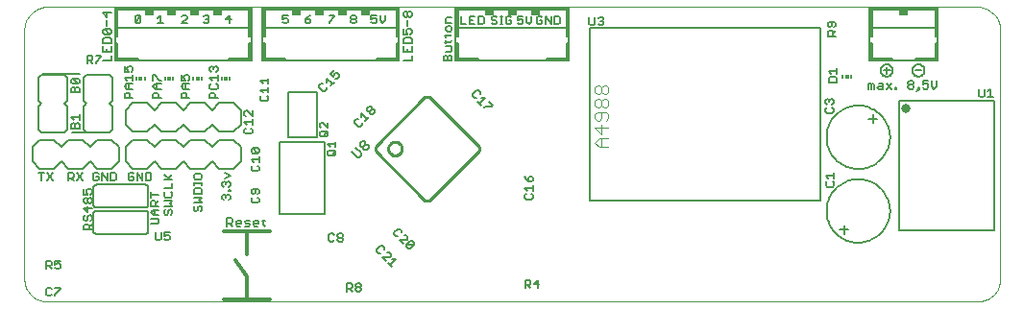
<source format=gto>
G75*
%MOIN*%
%OFA0B0*%
%FSLAX24Y24*%
%IPPOS*%
%LPD*%
%AMOC8*
5,1,8,0,0,1.08239X$1,22.5*
%
%ADD10C,0.0000*%
%ADD11C,0.0050*%
%ADD12C,0.0079*%
%ADD13C,0.0060*%
%ADD14C,0.0080*%
%ADD15C,0.0320*%
%ADD16C,0.0040*%
%ADD17R,0.2205X0.0079*%
%ADD18R,0.0197X0.0098*%
%ADD19R,0.0866X0.0079*%
%ADD20C,0.0100*%
%ADD21C,0.0118*%
%ADD22R,0.0059X0.0118*%
%ADD23R,0.0118X0.0118*%
D10*
X000887Y001238D02*
X033171Y001238D01*
X033171Y001239D02*
X033225Y001241D01*
X033278Y001246D01*
X033331Y001255D01*
X033383Y001268D01*
X033435Y001284D01*
X033485Y001304D01*
X033533Y001327D01*
X033580Y001354D01*
X033625Y001383D01*
X033668Y001416D01*
X033708Y001451D01*
X033746Y001489D01*
X033781Y001529D01*
X033814Y001572D01*
X033843Y001617D01*
X033870Y001664D01*
X033893Y001712D01*
X033913Y001762D01*
X033929Y001814D01*
X033942Y001866D01*
X033951Y001919D01*
X033956Y001972D01*
X033958Y002026D01*
X033958Y010687D01*
X033956Y010741D01*
X033951Y010794D01*
X033942Y010847D01*
X033929Y010899D01*
X033913Y010951D01*
X033893Y011001D01*
X033870Y011049D01*
X033843Y011096D01*
X033814Y011141D01*
X033781Y011184D01*
X033746Y011224D01*
X033708Y011262D01*
X033668Y011297D01*
X033625Y011330D01*
X033580Y011359D01*
X033533Y011386D01*
X033485Y011409D01*
X033435Y011429D01*
X033383Y011445D01*
X033331Y011458D01*
X033278Y011467D01*
X033225Y011472D01*
X033171Y011474D01*
X033171Y011475D02*
X000887Y011475D01*
X000887Y011474D02*
X000833Y011472D01*
X000780Y011467D01*
X000727Y011458D01*
X000675Y011445D01*
X000623Y011429D01*
X000573Y011409D01*
X000525Y011386D01*
X000478Y011359D01*
X000433Y011330D01*
X000390Y011297D01*
X000350Y011262D01*
X000312Y011224D01*
X000277Y011184D01*
X000244Y011141D01*
X000215Y011096D01*
X000188Y011049D01*
X000165Y011001D01*
X000145Y010951D01*
X000129Y010899D01*
X000116Y010847D01*
X000107Y010794D01*
X000102Y010741D01*
X000100Y010687D01*
X000100Y002026D01*
X000102Y001972D01*
X000107Y001919D01*
X000116Y001866D01*
X000129Y001814D01*
X000145Y001762D01*
X000165Y001712D01*
X000188Y001664D01*
X000215Y001617D01*
X000244Y001572D01*
X000277Y001529D01*
X000312Y001489D01*
X000350Y001451D01*
X000390Y001416D01*
X000433Y001383D01*
X000478Y001354D01*
X000525Y001327D01*
X000573Y001304D01*
X000623Y001284D01*
X000675Y001268D01*
X000727Y001255D01*
X000780Y001246D01*
X000833Y001241D01*
X000887Y001239D01*
D11*
X000906Y001435D02*
X000999Y001435D01*
X001046Y001481D01*
X001163Y001481D02*
X001163Y001435D01*
X001163Y001481D02*
X001350Y001668D01*
X001350Y001715D01*
X001163Y001715D01*
X001046Y001668D02*
X000999Y001715D01*
X000906Y001715D01*
X000859Y001668D01*
X000859Y001481D01*
X000906Y001435D01*
X000859Y002379D02*
X000859Y002660D01*
X000999Y002660D01*
X001046Y002613D01*
X001046Y002520D01*
X000999Y002473D01*
X000859Y002473D01*
X000953Y002473D02*
X001046Y002379D01*
X001163Y002426D02*
X001210Y002379D01*
X001303Y002379D01*
X001350Y002426D01*
X001350Y002520D01*
X001303Y002566D01*
X001257Y002566D01*
X001163Y002520D01*
X001163Y002660D01*
X001350Y002660D01*
X002157Y003744D02*
X002157Y003884D01*
X002204Y003930D01*
X002297Y003930D01*
X002344Y003884D01*
X002344Y003744D01*
X002344Y003837D02*
X002437Y003930D01*
X002390Y004048D02*
X002437Y004094D01*
X002437Y004188D01*
X002390Y004234D01*
X002344Y004234D01*
X002297Y004188D01*
X002297Y004094D01*
X002250Y004048D01*
X002204Y004048D01*
X002157Y004094D01*
X002157Y004188D01*
X002204Y004234D01*
X002297Y004351D02*
X002297Y004538D01*
X002250Y004655D02*
X002204Y004655D01*
X002157Y004702D01*
X002157Y004795D01*
X002204Y004842D01*
X002250Y004842D01*
X002297Y004795D01*
X002297Y004702D01*
X002250Y004655D01*
X002297Y004702D02*
X002344Y004655D01*
X002390Y004655D01*
X002437Y004702D01*
X002437Y004795D01*
X002390Y004842D01*
X002344Y004842D01*
X002297Y004795D01*
X002297Y004959D02*
X002250Y005053D01*
X002250Y005099D01*
X002297Y005146D01*
X002390Y005146D01*
X002437Y005099D01*
X002437Y005006D01*
X002390Y004959D01*
X002297Y004959D02*
X002157Y004959D01*
X002157Y005146D01*
X002112Y005437D02*
X001925Y005717D01*
X001808Y005670D02*
X001761Y005717D01*
X001621Y005717D01*
X001621Y005437D01*
X001621Y005530D02*
X001761Y005530D01*
X001808Y005577D01*
X001808Y005670D01*
X001714Y005530D02*
X001808Y005437D01*
X001925Y005437D02*
X002112Y005717D01*
X002487Y005670D02*
X002487Y005483D01*
X002534Y005437D01*
X002627Y005437D01*
X002674Y005483D01*
X002674Y005577D01*
X002581Y005577D01*
X002674Y005670D02*
X002627Y005717D01*
X002534Y005717D01*
X002487Y005670D01*
X002791Y005717D02*
X002978Y005437D01*
X002978Y005717D01*
X003095Y005717D02*
X003235Y005717D01*
X003282Y005670D01*
X003282Y005483D01*
X003235Y005437D01*
X003095Y005437D01*
X003095Y005717D01*
X002791Y005717D02*
X002791Y005437D01*
X003708Y005483D02*
X003708Y005670D01*
X003754Y005717D01*
X003848Y005717D01*
X003895Y005670D01*
X003895Y005577D02*
X003801Y005577D01*
X003895Y005577D02*
X003895Y005483D01*
X003848Y005437D01*
X003754Y005437D01*
X003708Y005483D01*
X004012Y005437D02*
X004012Y005717D01*
X004198Y005437D01*
X004198Y005717D01*
X004315Y005717D02*
X004456Y005717D01*
X004502Y005670D01*
X004502Y005483D01*
X004456Y005437D01*
X004315Y005437D01*
X004315Y005717D01*
X004952Y005658D02*
X005139Y005471D01*
X005092Y005518D02*
X005232Y005658D01*
X005232Y005471D02*
X004952Y005471D01*
X005232Y005354D02*
X005232Y005167D01*
X004952Y005167D01*
X004999Y005050D02*
X004952Y005003D01*
X004952Y004910D01*
X004999Y004863D01*
X005186Y004863D01*
X005232Y004910D01*
X005232Y005003D01*
X005186Y005050D01*
X005232Y004746D02*
X004952Y004746D01*
X004760Y004735D02*
X004667Y004642D01*
X004667Y004688D02*
X004667Y004548D01*
X004760Y004548D02*
X004480Y004548D01*
X004480Y004688D01*
X004527Y004735D01*
X004620Y004735D01*
X004667Y004688D01*
X004952Y004559D02*
X005232Y004559D01*
X005139Y004653D01*
X005232Y004746D01*
X004760Y004946D02*
X004480Y004946D01*
X004480Y005039D02*
X004480Y004852D01*
X004573Y004431D02*
X004760Y004431D01*
X004620Y004431D02*
X004620Y004244D01*
X004573Y004244D02*
X004480Y004338D01*
X004573Y004431D01*
X004573Y004244D02*
X004760Y004244D01*
X004713Y004127D02*
X004480Y004127D01*
X004713Y004127D02*
X004760Y004081D01*
X004760Y003987D01*
X004713Y003941D01*
X004480Y003941D01*
X004651Y003657D02*
X004651Y003423D01*
X004697Y003376D01*
X004791Y003376D01*
X004837Y003423D01*
X004837Y003657D01*
X004954Y003657D02*
X004954Y003516D01*
X005048Y003563D01*
X005095Y003563D01*
X005141Y003516D01*
X005141Y003423D01*
X005095Y003376D01*
X005001Y003376D01*
X004954Y003423D01*
X004954Y003657D02*
X005141Y003657D01*
X005186Y004255D02*
X005232Y004302D01*
X005232Y004396D01*
X005186Y004442D01*
X005139Y004442D01*
X005092Y004396D01*
X005092Y004302D01*
X005046Y004255D01*
X004999Y004255D01*
X004952Y004302D01*
X004952Y004396D01*
X004999Y004442D01*
X005976Y004420D02*
X006023Y004374D01*
X006069Y004374D01*
X006116Y004420D01*
X006116Y004514D01*
X006163Y004560D01*
X006209Y004560D01*
X006256Y004514D01*
X006256Y004420D01*
X006209Y004374D01*
X005976Y004420D02*
X005976Y004514D01*
X006023Y004560D01*
X005976Y004677D02*
X006256Y004677D01*
X006163Y004771D01*
X006256Y004864D01*
X005976Y004864D01*
X005976Y004981D02*
X005976Y005121D01*
X006023Y005168D01*
X006209Y005168D01*
X006256Y005121D01*
X006256Y004981D01*
X005976Y004981D01*
X005976Y005285D02*
X005976Y005379D01*
X005976Y005332D02*
X006256Y005332D01*
X006256Y005285D02*
X006256Y005379D01*
X006209Y005488D02*
X006023Y005488D01*
X005976Y005534D01*
X005976Y005628D01*
X006023Y005675D01*
X006209Y005675D01*
X006256Y005628D01*
X006256Y005534D01*
X006209Y005488D01*
X006960Y005363D02*
X006960Y005270D01*
X007007Y005223D01*
X007100Y005316D02*
X007100Y005363D01*
X007147Y005410D01*
X007194Y005410D01*
X007240Y005363D01*
X007240Y005270D01*
X007194Y005223D01*
X007194Y005118D02*
X007240Y005118D01*
X007240Y005071D01*
X007194Y005071D01*
X007194Y005118D01*
X007194Y004954D02*
X007147Y004954D01*
X007100Y004907D01*
X007100Y004861D01*
X007100Y004907D02*
X007054Y004954D01*
X007007Y004954D01*
X006960Y004907D01*
X006960Y004814D01*
X007007Y004767D01*
X007194Y004767D02*
X007240Y004814D01*
X007240Y004907D01*
X007194Y004954D01*
X007970Y005025D02*
X007970Y005119D01*
X008017Y005165D01*
X008203Y005165D01*
X008250Y005119D01*
X008250Y005025D01*
X008203Y004979D01*
X008110Y005025D02*
X008110Y005165D01*
X008110Y005025D02*
X008063Y004979D01*
X008017Y004979D01*
X007970Y005025D01*
X008017Y004862D02*
X007970Y004815D01*
X007970Y004721D01*
X008017Y004675D01*
X008203Y004675D01*
X008250Y004721D01*
X008250Y004815D01*
X008203Y004862D01*
X007100Y005363D02*
X007054Y005410D01*
X007007Y005410D01*
X006960Y005363D01*
X007054Y005527D02*
X007240Y005620D01*
X007054Y005714D01*
X007970Y005824D02*
X008017Y005777D01*
X008203Y005777D01*
X008250Y005824D01*
X008250Y005917D01*
X008203Y005964D01*
X008250Y006081D02*
X008250Y006268D01*
X008250Y006174D02*
X007970Y006174D01*
X008063Y006081D01*
X008017Y005964D02*
X007970Y005917D01*
X007970Y005824D01*
X008017Y006385D02*
X007970Y006432D01*
X007970Y006525D01*
X008017Y006572D01*
X008203Y006385D01*
X008250Y006432D01*
X008250Y006525D01*
X008203Y006572D01*
X008017Y006572D01*
X008017Y006385D02*
X008203Y006385D01*
X008958Y006790D02*
X010533Y006790D01*
X010533Y004270D01*
X008958Y004270D01*
X008958Y006790D01*
X009254Y006947D02*
X010238Y006947D01*
X010238Y008522D01*
X009254Y008522D01*
X009254Y006947D01*
X010346Y007019D02*
X010393Y006972D01*
X010579Y006972D01*
X010626Y007019D01*
X010626Y007112D01*
X010579Y007159D01*
X010393Y007159D01*
X010346Y007112D01*
X010346Y007019D01*
X010533Y007065D02*
X010626Y007159D01*
X010626Y007276D02*
X010439Y007463D01*
X010393Y007463D01*
X010346Y007416D01*
X010346Y007323D01*
X010393Y007276D01*
X010626Y007276D02*
X010626Y007463D01*
X011550Y007462D02*
X011682Y007330D01*
X011748Y007330D01*
X011814Y007396D01*
X011814Y007462D01*
X011930Y007512D02*
X012062Y007644D01*
X011996Y007578D02*
X011798Y007776D01*
X011798Y007644D01*
X011682Y007595D02*
X011616Y007595D01*
X011550Y007529D01*
X011550Y007462D01*
X011980Y007892D02*
X012013Y007859D01*
X012079Y007859D01*
X012145Y007925D01*
X012211Y007925D01*
X012244Y007892D01*
X012244Y007826D01*
X012178Y007760D01*
X012112Y007760D01*
X012079Y007793D01*
X012079Y007859D01*
X012145Y007925D02*
X012145Y007991D01*
X012112Y008024D01*
X012046Y008024D01*
X011980Y007958D01*
X011980Y007892D01*
X010594Y008617D02*
X010528Y008551D01*
X010461Y008551D01*
X010329Y008683D01*
X010329Y008749D01*
X010395Y008815D01*
X010461Y008815D01*
X010577Y008865D02*
X010577Y008997D01*
X010775Y008799D01*
X010709Y008733D02*
X010841Y008865D01*
X010891Y008981D02*
X010957Y008981D01*
X011023Y009047D01*
X011023Y009113D01*
X010957Y009179D01*
X010891Y009179D01*
X010858Y009146D01*
X010825Y009047D01*
X010726Y009146D01*
X010858Y009278D01*
X010594Y008683D02*
X010594Y008617D01*
X008568Y008597D02*
X008288Y008597D01*
X008382Y008504D01*
X008335Y008387D02*
X008288Y008340D01*
X008288Y008247D01*
X008335Y008200D01*
X008522Y008200D01*
X008568Y008247D01*
X008568Y008340D01*
X008522Y008387D01*
X008568Y008504D02*
X008568Y008691D01*
X008568Y008808D02*
X008568Y008995D01*
X008568Y008901D02*
X008288Y008901D01*
X008382Y008808D01*
X006807Y008755D02*
X006807Y008661D01*
X006761Y008614D01*
X006574Y008614D01*
X006527Y008661D01*
X006527Y008755D01*
X006574Y008801D01*
X006620Y008918D02*
X006527Y009012D01*
X006807Y009012D01*
X006807Y009105D02*
X006807Y008918D01*
X006761Y008801D02*
X006807Y008755D01*
X006667Y008497D02*
X006714Y008451D01*
X006714Y008311D01*
X006807Y008311D02*
X006527Y008311D01*
X006527Y008451D01*
X006574Y008497D01*
X006667Y008497D01*
X005823Y008614D02*
X005636Y008614D01*
X005543Y008708D01*
X005636Y008801D01*
X005823Y008801D01*
X005776Y008918D02*
X005823Y008965D01*
X005823Y009058D01*
X005776Y009105D01*
X005683Y009105D01*
X005636Y009058D01*
X005636Y009012D01*
X005683Y008918D01*
X005543Y008918D01*
X005543Y009105D01*
X004839Y008918D02*
X004792Y008918D01*
X004605Y009105D01*
X004559Y009105D01*
X004559Y008918D01*
X004652Y008801D02*
X004839Y008801D01*
X004699Y008801D02*
X004699Y008614D01*
X004652Y008614D02*
X004559Y008708D01*
X004652Y008801D01*
X004652Y008614D02*
X004839Y008614D01*
X004699Y008497D02*
X004745Y008451D01*
X004745Y008311D01*
X004839Y008311D02*
X004559Y008311D01*
X004559Y008451D01*
X004605Y008497D01*
X004699Y008497D01*
X003855Y008614D02*
X003668Y008614D01*
X003574Y008708D01*
X003668Y008801D01*
X003855Y008801D01*
X003855Y008918D02*
X003855Y009105D01*
X003855Y009012D02*
X003574Y009012D01*
X003668Y008918D01*
X003714Y008801D02*
X003714Y008614D01*
X003714Y008497D02*
X003761Y008451D01*
X003761Y008311D01*
X003855Y008311D02*
X003574Y008311D01*
X003574Y008451D01*
X003621Y008497D01*
X003714Y008497D01*
X002004Y008507D02*
X002004Y008648D01*
X001957Y008694D01*
X001911Y008694D01*
X001864Y008648D01*
X001864Y008507D01*
X001724Y008507D02*
X001724Y008648D01*
X001771Y008694D01*
X001817Y008694D01*
X001864Y008648D01*
X001771Y008811D02*
X001724Y008858D01*
X001724Y008951D01*
X001771Y008998D01*
X001957Y008811D01*
X002004Y008858D01*
X002004Y008951D01*
X001957Y008998D01*
X001771Y008998D01*
X001771Y008811D02*
X001957Y008811D01*
X002004Y008507D02*
X001724Y008507D01*
X003574Y009222D02*
X003714Y009222D01*
X003668Y009316D01*
X003668Y009362D01*
X003714Y009409D01*
X003808Y009409D01*
X003855Y009362D01*
X003855Y009269D01*
X003808Y009222D01*
X003574Y009222D02*
X003574Y009409D01*
X003289Y009644D02*
X003289Y010215D01*
X003328Y010215D02*
X003250Y010215D01*
X003250Y011455D01*
X007974Y011455D01*
X007974Y010451D01*
X007974Y009604D01*
X007187Y009604D01*
X004037Y009604D01*
X004037Y009644D01*
X004037Y009683D01*
X003328Y009683D01*
X003328Y010215D01*
X003250Y010215D02*
X003250Y009604D01*
X004037Y009604D01*
X004037Y009644D02*
X003289Y009644D01*
X003106Y009610D02*
X003106Y009797D01*
X003106Y009914D02*
X003106Y010100D01*
X003106Y010218D02*
X002826Y010218D01*
X002826Y010358D01*
X002873Y010404D01*
X003060Y010404D01*
X003106Y010358D01*
X003106Y010218D01*
X002826Y010100D02*
X002826Y009914D01*
X003106Y009914D01*
X002966Y009914D02*
X002966Y010007D01*
X002767Y009786D02*
X002580Y009786D01*
X002463Y009739D02*
X002463Y009646D01*
X002417Y009599D01*
X002277Y009599D01*
X002370Y009599D02*
X002463Y009505D01*
X002580Y009505D02*
X002580Y009552D01*
X002767Y009739D01*
X002767Y009786D01*
X002826Y009610D02*
X003106Y009610D01*
X002463Y009739D02*
X002417Y009786D01*
X002277Y009786D01*
X002277Y009505D01*
X003250Y010451D02*
X003328Y010451D01*
X003328Y011376D01*
X007895Y011376D01*
X007895Y010451D01*
X007935Y010451D01*
X007974Y010451D01*
X007935Y010451D02*
X007935Y011416D01*
X003289Y011416D01*
X003289Y010451D01*
X003106Y010568D02*
X003060Y010521D01*
X002873Y010708D01*
X003060Y010708D01*
X003106Y010662D01*
X003106Y010568D01*
X003060Y010521D02*
X002873Y010521D01*
X002826Y010568D01*
X002826Y010662D01*
X002873Y010708D01*
X002966Y010825D02*
X002966Y011012D01*
X002966Y011129D02*
X002966Y011316D01*
X002826Y011269D02*
X002966Y011129D01*
X003106Y011269D02*
X002826Y011269D01*
X003944Y011143D02*
X003944Y010956D01*
X004131Y011143D01*
X004131Y010956D01*
X004084Y010909D01*
X003991Y010909D01*
X003944Y010956D01*
X003944Y011143D02*
X003991Y011189D01*
X004084Y011189D01*
X004131Y011143D01*
X004313Y011219D02*
X004549Y011219D01*
X004549Y011356D01*
X004313Y011356D01*
X004313Y011219D01*
X004731Y011096D02*
X004825Y011189D01*
X004825Y010909D01*
X004918Y010909D02*
X004731Y010909D01*
X005100Y011219D02*
X005336Y011219D01*
X005336Y011356D01*
X005100Y011356D01*
X005100Y011219D01*
X005558Y011143D02*
X005605Y011189D01*
X005698Y011189D01*
X005745Y011143D01*
X005745Y011096D01*
X005558Y010909D01*
X005745Y010909D01*
X005887Y011219D02*
X006124Y011219D01*
X006124Y011356D01*
X005887Y011356D01*
X005887Y011219D01*
X006306Y011143D02*
X006353Y011189D01*
X006446Y011189D01*
X006493Y011143D01*
X006493Y011096D01*
X006446Y011049D01*
X006493Y011002D01*
X006493Y010956D01*
X006446Y010909D01*
X006353Y010909D01*
X006306Y010956D01*
X006400Y011049D02*
X006446Y011049D01*
X006694Y011219D02*
X006931Y011219D01*
X006931Y011356D01*
X006694Y011356D01*
X006694Y011219D01*
X007094Y011049D02*
X007280Y011049D01*
X007234Y010909D02*
X007234Y011189D01*
X007094Y011049D01*
X008368Y011455D02*
X013092Y011455D01*
X013092Y010451D01*
X013092Y009604D01*
X012305Y009604D01*
X009155Y009604D01*
X009155Y009644D01*
X009155Y009683D01*
X008446Y009683D01*
X008446Y010215D01*
X008368Y010215D01*
X008368Y011455D01*
X008407Y011416D02*
X008407Y010451D01*
X008446Y010451D02*
X008368Y010451D01*
X008446Y010451D02*
X008446Y011376D01*
X013013Y011376D01*
X013013Y010451D01*
X013053Y010451D01*
X013092Y010451D01*
X013053Y010451D02*
X013053Y011416D01*
X008407Y011416D01*
X009062Y011189D02*
X009062Y011049D01*
X009155Y011096D01*
X009202Y011096D01*
X009249Y011049D01*
X009249Y010956D01*
X009202Y010909D01*
X009109Y010909D01*
X009062Y010956D01*
X009062Y011189D02*
X009249Y011189D01*
X009431Y011219D02*
X009667Y011219D01*
X009667Y011356D01*
X009431Y011356D01*
X009431Y011219D01*
X009849Y011049D02*
X009990Y011049D01*
X010036Y011002D01*
X010036Y010956D01*
X009990Y010909D01*
X009896Y010909D01*
X009849Y010956D01*
X009849Y011049D01*
X009943Y011143D01*
X010036Y011189D01*
X010218Y011219D02*
X010218Y011356D01*
X010454Y011356D01*
X010454Y011219D01*
X010218Y011219D01*
X010676Y011189D02*
X010863Y011189D01*
X010863Y011143D01*
X010676Y010956D01*
X010676Y010909D01*
X011006Y011219D02*
X011242Y011219D01*
X011242Y011356D01*
X011006Y011356D01*
X011006Y011219D01*
X011424Y011143D02*
X011424Y011096D01*
X011471Y011049D01*
X011564Y011049D01*
X011611Y011002D01*
X011611Y010956D01*
X011564Y010909D01*
X011471Y010909D01*
X011424Y010956D01*
X011424Y011002D01*
X011471Y011049D01*
X011564Y011049D02*
X011611Y011096D01*
X011611Y011143D01*
X011564Y011189D01*
X011471Y011189D01*
X011424Y011143D01*
X011813Y011219D02*
X011813Y011356D01*
X012049Y011356D01*
X012049Y011219D01*
X011813Y011219D01*
X012133Y011189D02*
X012133Y011049D01*
X012226Y011096D01*
X012273Y011096D01*
X012320Y011049D01*
X012320Y010956D01*
X012273Y010909D01*
X012180Y010909D01*
X012133Y010956D01*
X012437Y011002D02*
X012530Y010909D01*
X012624Y011002D01*
X012624Y011189D01*
X012437Y011189D02*
X012437Y011002D01*
X012320Y011189D02*
X012133Y011189D01*
X013259Y011176D02*
X013259Y011269D01*
X013306Y011316D01*
X013353Y011316D01*
X013399Y011269D01*
X013399Y011176D01*
X013353Y011129D01*
X013306Y011129D01*
X013259Y011176D01*
X013399Y011176D02*
X013446Y011129D01*
X013493Y011129D01*
X013540Y011176D01*
X013540Y011269D01*
X013493Y011316D01*
X013446Y011316D01*
X013399Y011269D01*
X013399Y011012D02*
X013399Y010825D01*
X013399Y010708D02*
X013493Y010708D01*
X013540Y010662D01*
X013540Y010568D01*
X013493Y010521D01*
X013399Y010521D02*
X013353Y010615D01*
X013353Y010662D01*
X013399Y010708D01*
X013259Y010708D02*
X013259Y010521D01*
X013399Y010521D01*
X013306Y010404D02*
X013259Y010358D01*
X013259Y010218D01*
X013540Y010218D01*
X013540Y010358D01*
X013493Y010404D01*
X013306Y010404D01*
X013092Y010215D02*
X013013Y010215D01*
X013013Y009683D01*
X012305Y009683D01*
X012305Y009644D01*
X012305Y009604D01*
X012305Y009644D02*
X013053Y009644D01*
X013053Y010215D01*
X013259Y010100D02*
X013259Y009914D01*
X013540Y009914D01*
X013540Y010100D01*
X013399Y010007D02*
X013399Y009914D01*
X013540Y009797D02*
X013540Y009610D01*
X013259Y009610D01*
X014637Y009610D02*
X014637Y009750D01*
X014684Y009797D01*
X014731Y009797D01*
X014777Y009750D01*
X014777Y009610D01*
X014637Y009610D02*
X014918Y009610D01*
X014918Y009750D01*
X014871Y009797D01*
X014824Y009797D01*
X014777Y009750D01*
X014731Y009914D02*
X014871Y009914D01*
X014918Y009960D01*
X014918Y010100D01*
X014731Y010100D01*
X014731Y010218D02*
X014731Y010311D01*
X014684Y010264D02*
X014871Y010264D01*
X014918Y010311D01*
X014871Y010467D02*
X014918Y010514D01*
X014871Y010467D02*
X014684Y010467D01*
X014731Y010420D02*
X014731Y010514D01*
X014777Y010623D02*
X014871Y010623D01*
X014918Y010669D01*
X014918Y010763D01*
X014871Y010809D01*
X014777Y010809D01*
X014731Y010763D01*
X014731Y010669D01*
X014777Y010623D01*
X015061Y010451D02*
X015139Y010451D01*
X015139Y011376D01*
X018919Y011376D01*
X018919Y010451D01*
X018958Y010451D01*
X018998Y010451D01*
X018998Y009604D01*
X018210Y009604D01*
X015848Y009604D01*
X015848Y009644D01*
X015848Y009683D01*
X015139Y009683D01*
X015139Y010215D01*
X015061Y010215D01*
X015061Y011455D01*
X018998Y011455D01*
X018998Y010451D01*
X018958Y010451D02*
X018958Y011416D01*
X015100Y011416D01*
X015100Y010451D01*
X015100Y010215D02*
X015100Y009644D01*
X015848Y009644D01*
X015848Y009604D02*
X015061Y009604D01*
X015061Y010215D01*
X015243Y010870D02*
X015430Y010870D01*
X015547Y010870D02*
X015734Y010870D01*
X015851Y010870D02*
X015991Y010870D01*
X016038Y010916D01*
X016038Y011103D01*
X015991Y011150D01*
X015851Y011150D01*
X015851Y010870D01*
X015547Y010870D02*
X015547Y011150D01*
X015734Y011150D01*
X015640Y011010D02*
X015547Y011010D01*
X015243Y011150D02*
X015243Y010870D01*
X014918Y010927D02*
X014731Y010927D01*
X014731Y011067D01*
X014777Y011113D01*
X014918Y011113D01*
X016124Y011219D02*
X016360Y011219D01*
X016360Y011356D01*
X016124Y011356D01*
X016124Y011219D01*
X016306Y011103D02*
X016306Y011056D01*
X016353Y011010D01*
X016446Y011010D01*
X016493Y010963D01*
X016493Y010916D01*
X016446Y010870D01*
X016353Y010870D01*
X016306Y010916D01*
X016306Y011103D02*
X016353Y011150D01*
X016446Y011150D01*
X016493Y011103D01*
X016610Y011150D02*
X016703Y011150D01*
X016657Y011150D02*
X016657Y010870D01*
X016703Y010870D02*
X016610Y010870D01*
X016813Y010916D02*
X016859Y010870D01*
X016953Y010870D01*
X016999Y010916D01*
X016999Y011010D01*
X016906Y011010D01*
X016999Y011103D02*
X016953Y011150D01*
X016859Y011150D01*
X016813Y011103D01*
X016813Y010916D01*
X017212Y010916D02*
X017258Y010870D01*
X017352Y010870D01*
X017398Y010916D01*
X017398Y011010D01*
X017352Y011056D01*
X017305Y011056D01*
X017212Y011010D01*
X017212Y011150D01*
X017398Y011150D01*
X017515Y011150D02*
X017515Y010963D01*
X017609Y010870D01*
X017702Y010963D01*
X017702Y011150D01*
X017718Y011219D02*
X017718Y011356D01*
X017954Y011356D01*
X017954Y011219D01*
X017718Y011219D01*
X017881Y011103D02*
X017928Y011150D01*
X018021Y011150D01*
X018068Y011103D01*
X018068Y011010D02*
X017974Y011010D01*
X018068Y011010D02*
X018068Y010916D01*
X018021Y010870D01*
X017928Y010870D01*
X017881Y010916D01*
X017881Y011103D01*
X018185Y011150D02*
X018372Y010870D01*
X018372Y011150D01*
X018489Y011150D02*
X018629Y011150D01*
X018675Y011103D01*
X018675Y010916D01*
X018629Y010870D01*
X018489Y010870D01*
X018489Y011150D01*
X018185Y011150D02*
X018185Y010870D01*
X017147Y011219D02*
X017147Y011356D01*
X016911Y011356D01*
X016911Y011219D01*
X017147Y011219D01*
X019703Y011131D02*
X019703Y010897D01*
X019750Y010850D01*
X019843Y010850D01*
X019890Y010897D01*
X019890Y011131D01*
X020007Y011084D02*
X020054Y011131D01*
X020147Y011131D01*
X020194Y011084D01*
X020194Y011037D01*
X020147Y010990D01*
X020194Y010944D01*
X020194Y010897D01*
X020147Y010850D01*
X020054Y010850D01*
X020007Y010897D01*
X020100Y010990D02*
X020147Y010990D01*
X019722Y010734D02*
X019722Y004734D01*
X027722Y004734D01*
X027722Y010734D01*
X019722Y010734D01*
X018998Y010215D02*
X018919Y010215D01*
X018919Y009683D01*
X018210Y009683D01*
X018210Y009644D01*
X018210Y009604D01*
X018210Y009644D02*
X018958Y009644D01*
X018958Y010215D01*
X015905Y008502D02*
X015839Y008568D01*
X015773Y008568D01*
X015641Y008436D01*
X015641Y008370D01*
X015707Y008304D01*
X015773Y008304D01*
X015823Y008188D02*
X015955Y008056D01*
X015889Y008122D02*
X016087Y008320D01*
X015955Y008320D01*
X015905Y008436D02*
X015905Y008502D01*
X016236Y008171D02*
X016368Y008039D01*
X016335Y008006D01*
X016071Y008006D01*
X016038Y007973D01*
X010902Y006793D02*
X010902Y006607D01*
X010902Y006700D02*
X010622Y006700D01*
X010715Y006607D01*
X010668Y006490D02*
X010855Y006490D01*
X010902Y006443D01*
X010902Y006349D01*
X010855Y006303D01*
X010668Y006303D01*
X010622Y006349D01*
X010622Y006443D01*
X010668Y006490D01*
X010808Y006396D02*
X010902Y006490D01*
X008014Y007123D02*
X008014Y007216D01*
X007967Y007263D01*
X008014Y007380D02*
X008014Y007567D01*
X008014Y007474D02*
X007734Y007474D01*
X007827Y007380D01*
X007780Y007263D02*
X007734Y007216D01*
X007734Y007123D01*
X007780Y007076D01*
X007967Y007076D01*
X008014Y007123D01*
X008014Y007684D02*
X007827Y007871D01*
X007780Y007871D01*
X007734Y007824D01*
X007734Y007731D01*
X007780Y007684D01*
X008014Y007684D02*
X008014Y007871D01*
X005823Y008311D02*
X005543Y008311D01*
X005543Y008451D01*
X005589Y008497D01*
X005683Y008497D01*
X005730Y008451D01*
X005730Y008311D01*
X005683Y008614D02*
X005683Y008801D01*
X006527Y009269D02*
X006527Y009362D01*
X006574Y009409D01*
X006620Y009409D01*
X006667Y009362D01*
X006714Y009409D01*
X006761Y009409D01*
X006807Y009362D01*
X006807Y009269D01*
X006761Y009222D01*
X006667Y009316D02*
X006667Y009362D01*
X006574Y009222D02*
X006527Y009269D01*
X007187Y009604D02*
X007187Y009644D01*
X007187Y009683D01*
X007895Y009683D01*
X007895Y010215D01*
X007974Y010215D01*
X007935Y010215D02*
X007935Y009644D01*
X007187Y009644D01*
X008368Y009604D02*
X009155Y009604D01*
X009155Y009644D02*
X008407Y009644D01*
X008407Y010215D01*
X008368Y010215D02*
X008368Y009604D01*
X002004Y007738D02*
X002004Y007551D01*
X002004Y007645D02*
X001724Y007645D01*
X001817Y007551D01*
X001817Y007434D02*
X001864Y007388D01*
X001864Y007248D01*
X001724Y007248D02*
X001724Y007388D01*
X001771Y007434D01*
X001817Y007434D01*
X001864Y007388D02*
X001911Y007434D01*
X001957Y007434D01*
X002004Y007388D01*
X002004Y007248D01*
X001724Y007248D01*
X001088Y005717D02*
X000901Y005437D01*
X001088Y005437D02*
X000901Y005717D01*
X000784Y005717D02*
X000597Y005717D01*
X000691Y005717D02*
X000691Y005437D01*
X002157Y004491D02*
X002297Y004351D01*
X002437Y004491D02*
X002157Y004491D01*
X002157Y003744D02*
X002437Y003744D01*
X007133Y003862D02*
X007133Y004142D01*
X007273Y004142D01*
X007320Y004095D01*
X007320Y004002D01*
X007273Y003955D01*
X007133Y003955D01*
X007226Y003955D02*
X007320Y003862D01*
X007437Y003908D02*
X007483Y003862D01*
X007577Y003862D01*
X007624Y003955D02*
X007437Y003955D01*
X007437Y003908D02*
X007437Y004002D01*
X007483Y004049D01*
X007577Y004049D01*
X007624Y004002D01*
X007624Y003955D01*
X007741Y004002D02*
X007787Y003955D01*
X007881Y003955D01*
X007927Y003908D01*
X007881Y003862D01*
X007741Y003862D01*
X008044Y003908D02*
X008044Y004002D01*
X008091Y004049D01*
X008185Y004049D01*
X008231Y004002D01*
X008231Y003955D01*
X008044Y003955D01*
X008044Y003908D02*
X008091Y003862D01*
X008185Y003862D01*
X008395Y003908D02*
X008442Y003862D01*
X008395Y003908D02*
X008395Y004095D01*
X008348Y004049D02*
X008442Y004049D01*
X007927Y004049D02*
X007787Y004049D01*
X007741Y004002D01*
X010662Y003558D02*
X010662Y003371D01*
X010709Y003324D01*
X010803Y003324D01*
X010849Y003371D01*
X010966Y003371D02*
X010966Y003418D01*
X011013Y003464D01*
X011106Y003464D01*
X011153Y003418D01*
X011153Y003371D01*
X011106Y003324D01*
X011013Y003324D01*
X010966Y003371D01*
X011013Y003464D02*
X010966Y003511D01*
X010966Y003558D01*
X011013Y003605D01*
X011106Y003605D01*
X011153Y003558D01*
X011153Y003511D01*
X011106Y003464D01*
X010849Y003558D02*
X010803Y003605D01*
X010709Y003605D01*
X010662Y003558D01*
X012334Y003042D02*
X012334Y002976D01*
X012400Y002910D01*
X012466Y002910D01*
X012516Y002794D02*
X012780Y002794D01*
X012813Y002827D01*
X012813Y002893D01*
X012747Y002959D01*
X012681Y002959D01*
X012598Y003042D02*
X012598Y003108D01*
X012532Y003174D01*
X012466Y003174D01*
X012334Y003042D01*
X012516Y002794D02*
X012648Y002662D01*
X012730Y002579D02*
X012863Y002447D01*
X012796Y002513D02*
X012995Y002712D01*
X012863Y002712D01*
X013354Y003137D02*
X013354Y003203D01*
X013618Y003203D01*
X013486Y003071D01*
X013420Y003071D01*
X013354Y003137D01*
X013354Y003203D02*
X013486Y003335D01*
X013552Y003335D01*
X013618Y003269D01*
X013618Y003203D01*
X013403Y003418D02*
X013370Y003385D01*
X013106Y003385D01*
X013238Y003253D01*
X013403Y003418D02*
X013403Y003484D01*
X013337Y003550D01*
X013271Y003550D01*
X013188Y003633D02*
X013188Y003699D01*
X013122Y003765D01*
X013056Y003765D01*
X012924Y003633D01*
X012924Y003567D01*
X012990Y003501D01*
X013056Y003501D01*
X011736Y001872D02*
X011783Y001826D01*
X011783Y001779D01*
X011736Y001732D01*
X011643Y001732D01*
X011596Y001779D01*
X011596Y001826D01*
X011643Y001872D01*
X011736Y001872D01*
X011736Y001732D02*
X011783Y001685D01*
X011783Y001639D01*
X011736Y001592D01*
X011643Y001592D01*
X011596Y001639D01*
X011596Y001685D01*
X011643Y001732D01*
X011479Y001732D02*
X011432Y001685D01*
X011292Y001685D01*
X011292Y001592D02*
X011292Y001872D01*
X011432Y001872D01*
X011479Y001826D01*
X011479Y001732D01*
X011386Y001685D02*
X011479Y001592D01*
X017473Y001710D02*
X017473Y001990D01*
X017614Y001990D01*
X017660Y001944D01*
X017660Y001850D01*
X017614Y001804D01*
X017473Y001804D01*
X017567Y001804D02*
X017660Y001710D01*
X017777Y001850D02*
X017964Y001850D01*
X017917Y001710D02*
X017917Y001990D01*
X017777Y001850D01*
X017692Y004793D02*
X017738Y004840D01*
X017738Y004933D01*
X017692Y004980D01*
X017738Y005097D02*
X017738Y005284D01*
X017738Y005190D02*
X017458Y005190D01*
X017552Y005097D01*
X017505Y004980D02*
X017458Y004933D01*
X017458Y004840D01*
X017505Y004793D01*
X017692Y004793D01*
X017692Y005401D02*
X017738Y005447D01*
X017738Y005541D01*
X017692Y005587D01*
X017645Y005587D01*
X017598Y005541D01*
X017598Y005401D01*
X017692Y005401D01*
X017598Y005401D02*
X017505Y005494D01*
X017458Y005587D01*
X027905Y005624D02*
X028185Y005624D01*
X028185Y005531D02*
X028185Y005717D01*
X027998Y005531D02*
X027905Y005624D01*
X027952Y005414D02*
X027905Y005367D01*
X027905Y005273D01*
X027952Y005227D01*
X028139Y005227D01*
X028185Y005273D01*
X028185Y005367D01*
X028139Y005414D01*
X028129Y007786D02*
X028176Y007832D01*
X028176Y007926D01*
X028129Y007973D01*
X028129Y008090D02*
X028176Y008136D01*
X028176Y008230D01*
X028129Y008276D01*
X028082Y008276D01*
X028036Y008230D01*
X028036Y008183D01*
X028036Y008230D02*
X027989Y008276D01*
X027942Y008276D01*
X027896Y008230D01*
X027896Y008136D01*
X027942Y008090D01*
X027942Y007973D02*
X027896Y007926D01*
X027896Y007832D01*
X027942Y007786D01*
X028129Y007786D01*
X029396Y008626D02*
X029396Y008812D01*
X029443Y008812D01*
X029489Y008766D01*
X029536Y008812D01*
X029583Y008766D01*
X029583Y008626D01*
X029489Y008626D02*
X029489Y008766D01*
X029700Y008672D02*
X029747Y008719D01*
X029887Y008719D01*
X029887Y008766D02*
X029887Y008626D01*
X029747Y008626D01*
X029700Y008672D01*
X029747Y008812D02*
X029840Y008812D01*
X029887Y008766D01*
X030004Y008812D02*
X030191Y008626D01*
X030308Y008626D02*
X030354Y008626D01*
X030354Y008672D01*
X030308Y008672D01*
X030308Y008626D01*
X030191Y008812D02*
X030004Y008626D01*
X030763Y008672D02*
X030763Y008719D01*
X030810Y008766D01*
X030904Y008766D01*
X030950Y008719D01*
X030950Y008672D01*
X030904Y008626D01*
X030810Y008626D01*
X030763Y008672D01*
X030810Y008766D02*
X030763Y008812D01*
X030763Y008859D01*
X030810Y008906D01*
X030904Y008906D01*
X030950Y008859D01*
X030950Y008812D01*
X030904Y008766D01*
X031114Y008672D02*
X031114Y008626D01*
X031161Y008626D01*
X031161Y008672D01*
X031114Y008672D01*
X031161Y008626D02*
X031067Y008532D01*
X031270Y008672D02*
X031317Y008626D01*
X031410Y008626D01*
X031457Y008672D01*
X031457Y008766D01*
X031410Y008812D01*
X031363Y008812D01*
X031270Y008766D01*
X031270Y008906D01*
X031457Y008906D01*
X031574Y008906D02*
X031574Y008719D01*
X031667Y008626D01*
X031761Y008719D01*
X031761Y008906D01*
X033229Y008626D02*
X033229Y008393D01*
X033276Y008346D01*
X033369Y008346D01*
X033416Y008393D01*
X033416Y008626D01*
X033533Y008533D02*
X033627Y008626D01*
X033627Y008346D01*
X033720Y008346D02*
X033533Y008346D01*
X031793Y009604D02*
X031006Y009604D01*
X030218Y009604D01*
X030218Y009644D01*
X030218Y009683D01*
X029509Y009683D01*
X029509Y010215D01*
X029431Y010215D01*
X029431Y011455D01*
X031793Y011455D01*
X031793Y010451D01*
X031793Y009604D01*
X031754Y009644D02*
X031754Y010215D01*
X031793Y010215D02*
X031714Y010215D01*
X031714Y009683D01*
X031006Y009683D01*
X031006Y009644D01*
X031006Y009604D01*
X031006Y009644D02*
X031754Y009644D01*
X030218Y009644D02*
X029470Y009644D01*
X029470Y010215D01*
X029431Y010215D02*
X029431Y009604D01*
X030218Y009604D01*
X028290Y009339D02*
X028290Y009152D01*
X028290Y009245D02*
X028009Y009245D01*
X028103Y009152D01*
X028056Y009035D02*
X028009Y008988D01*
X028009Y008848D01*
X028290Y008848D01*
X028290Y008988D01*
X028243Y009035D01*
X028056Y009035D01*
X027970Y010462D02*
X027970Y010602D01*
X028017Y010649D01*
X028110Y010649D01*
X028157Y010602D01*
X028157Y010462D01*
X028250Y010462D02*
X027970Y010462D01*
X028157Y010556D02*
X028250Y010649D01*
X028203Y010766D02*
X028250Y010813D01*
X028250Y010906D01*
X028203Y010953D01*
X028017Y010953D01*
X027970Y010906D01*
X027970Y010813D01*
X028017Y010766D01*
X028063Y010766D01*
X028110Y010813D01*
X028110Y010953D01*
X029431Y010451D02*
X029509Y010451D01*
X029509Y011376D01*
X031714Y011376D01*
X031714Y010451D01*
X031793Y010451D01*
X031754Y010451D02*
X031754Y011416D01*
X029470Y011416D01*
X029470Y010451D01*
X030494Y011219D02*
X030730Y011219D01*
X030730Y011356D01*
X030494Y011356D01*
X030494Y011219D01*
D12*
X029809Y009270D02*
X029811Y009299D01*
X029817Y009327D01*
X029827Y009354D01*
X029840Y009380D01*
X029857Y009404D01*
X029876Y009425D01*
X029899Y009443D01*
X029923Y009458D01*
X029950Y009470D01*
X029978Y009478D01*
X030007Y009482D01*
X030035Y009482D01*
X030064Y009478D01*
X030092Y009470D01*
X030119Y009458D01*
X030143Y009443D01*
X030166Y009425D01*
X030185Y009404D01*
X030202Y009380D01*
X030215Y009354D01*
X030225Y009327D01*
X030231Y009299D01*
X030233Y009270D01*
X030231Y009241D01*
X030225Y009213D01*
X030215Y009186D01*
X030202Y009160D01*
X030185Y009136D01*
X030166Y009115D01*
X030143Y009097D01*
X030119Y009082D01*
X030092Y009070D01*
X030064Y009062D01*
X030035Y009058D01*
X030007Y009058D01*
X029978Y009062D01*
X029950Y009070D01*
X029923Y009082D01*
X029899Y009097D01*
X029876Y009115D01*
X029857Y009136D01*
X029840Y009160D01*
X029827Y009186D01*
X029817Y009213D01*
X029811Y009241D01*
X029809Y009270D01*
X030912Y009270D02*
X030914Y009299D01*
X030920Y009327D01*
X030930Y009354D01*
X030943Y009380D01*
X030960Y009404D01*
X030979Y009425D01*
X031002Y009443D01*
X031026Y009458D01*
X031053Y009470D01*
X031081Y009478D01*
X031110Y009482D01*
X031138Y009482D01*
X031167Y009478D01*
X031195Y009470D01*
X031222Y009458D01*
X031246Y009443D01*
X031269Y009425D01*
X031288Y009404D01*
X031305Y009380D01*
X031318Y009354D01*
X031328Y009327D01*
X031334Y009299D01*
X031336Y009270D01*
X031334Y009241D01*
X031328Y009213D01*
X031318Y009186D01*
X031305Y009160D01*
X031288Y009136D01*
X031269Y009115D01*
X031246Y009097D01*
X031222Y009082D01*
X031195Y009070D01*
X031167Y009062D01*
X031138Y009058D01*
X031110Y009058D01*
X031081Y009062D01*
X031053Y009070D01*
X031026Y009082D01*
X031002Y009097D01*
X030979Y009115D01*
X030960Y009136D01*
X030943Y009160D01*
X030930Y009186D01*
X030920Y009213D01*
X030914Y009241D01*
X030912Y009270D01*
X003013Y007104D02*
X001754Y007104D01*
X002029Y009152D02*
X000730Y009152D01*
D13*
X000684Y009128D02*
X001484Y009128D01*
X001584Y009028D01*
X001584Y008228D01*
X001484Y008128D01*
X001584Y008028D01*
X001584Y007228D01*
X001484Y007128D01*
X000684Y007128D01*
X000584Y007228D01*
X000584Y008028D01*
X000684Y008128D01*
X000584Y008228D01*
X000584Y009028D01*
X000684Y009128D01*
X002159Y009028D02*
X002259Y009128D01*
X003059Y009128D01*
X003159Y009028D01*
X003159Y008228D01*
X003059Y008128D01*
X003159Y008028D01*
X003159Y007228D01*
X003059Y007128D01*
X002259Y007128D01*
X002159Y007228D01*
X002159Y008028D01*
X002259Y008128D01*
X002159Y008228D01*
X002159Y009028D01*
X003612Y007886D02*
X003862Y008136D01*
X004362Y008136D01*
X004612Y007886D01*
X004862Y008136D01*
X005362Y008136D01*
X005612Y007886D01*
X005862Y008136D01*
X006362Y008136D01*
X006612Y007886D01*
X006862Y008136D01*
X007362Y008136D01*
X007612Y007886D01*
X007612Y007386D01*
X007362Y007136D01*
X006862Y007136D01*
X006612Y007386D01*
X006362Y007136D01*
X005862Y007136D01*
X005612Y007386D01*
X005362Y007136D01*
X004862Y007136D01*
X004612Y007386D01*
X004362Y007136D01*
X003862Y007136D01*
X003612Y007386D01*
X003612Y007886D01*
X003862Y006856D02*
X004362Y006856D01*
X004612Y006606D01*
X004862Y006856D01*
X005362Y006856D01*
X005612Y006606D01*
X005862Y006856D01*
X006362Y006856D01*
X006612Y006606D01*
X006862Y006856D01*
X007362Y006856D01*
X007612Y006606D01*
X007612Y006106D01*
X007362Y005856D01*
X006862Y005856D01*
X006612Y006106D01*
X006362Y005856D01*
X005862Y005856D01*
X005612Y006106D01*
X005362Y005856D01*
X004862Y005856D01*
X004612Y006106D01*
X004362Y005856D01*
X003862Y005856D01*
X003612Y006106D01*
X003612Y006606D01*
X003862Y006856D01*
X003372Y006606D02*
X003122Y006856D01*
X002622Y006856D01*
X002372Y006606D01*
X002122Y006856D01*
X001622Y006856D01*
X001372Y006606D01*
X001122Y006856D01*
X000622Y006856D01*
X000372Y006606D01*
X000372Y006106D01*
X000622Y005856D01*
X001122Y005856D01*
X001372Y006106D01*
X001622Y005856D01*
X002122Y005856D01*
X002372Y006106D01*
X002622Y005856D01*
X003122Y005856D01*
X003372Y006106D01*
X003372Y006606D01*
X002596Y005300D02*
X004296Y005300D01*
X004313Y005298D01*
X004330Y005294D01*
X004346Y005287D01*
X004360Y005277D01*
X004373Y005264D01*
X004383Y005250D01*
X004390Y005234D01*
X004394Y005217D01*
X004396Y005200D01*
X004396Y004600D01*
X004394Y004583D01*
X004390Y004566D01*
X004383Y004550D01*
X004373Y004536D01*
X004360Y004523D01*
X004346Y004513D01*
X004330Y004506D01*
X004313Y004502D01*
X004296Y004500D01*
X002596Y004500D01*
X002579Y004502D01*
X002562Y004506D01*
X002546Y004513D01*
X002532Y004523D01*
X002519Y004536D01*
X002509Y004550D01*
X002502Y004566D01*
X002498Y004583D01*
X002496Y004600D01*
X002496Y005200D01*
X002498Y005217D01*
X002502Y005234D01*
X002509Y005250D01*
X002519Y005264D01*
X002532Y005277D01*
X002546Y005287D01*
X002562Y005294D01*
X002579Y005298D01*
X002596Y005300D01*
X002596Y004394D02*
X004296Y004394D01*
X004313Y004392D01*
X004330Y004388D01*
X004346Y004381D01*
X004360Y004371D01*
X004373Y004358D01*
X004383Y004344D01*
X004390Y004328D01*
X004394Y004311D01*
X004396Y004294D01*
X004396Y003694D01*
X004394Y003677D01*
X004390Y003660D01*
X004383Y003644D01*
X004373Y003630D01*
X004360Y003617D01*
X004346Y003607D01*
X004330Y003600D01*
X004313Y003596D01*
X004296Y003594D01*
X002596Y003594D01*
X002579Y003596D01*
X002562Y003600D01*
X002546Y003607D01*
X002532Y003617D01*
X002519Y003630D01*
X002509Y003644D01*
X002502Y003660D01*
X002498Y003677D01*
X002496Y003694D01*
X002496Y004294D01*
X002498Y004311D01*
X002502Y004328D01*
X002509Y004344D01*
X002519Y004358D01*
X002532Y004371D01*
X002546Y004381D01*
X002562Y004388D01*
X002579Y004392D01*
X002596Y004394D01*
X011441Y006439D02*
X011638Y006242D01*
X011716Y006242D01*
X011795Y006321D01*
X011795Y006400D01*
X011598Y006596D01*
X011737Y006656D02*
X011776Y006617D01*
X011855Y006617D01*
X011933Y006695D01*
X012012Y006695D01*
X012052Y006656D01*
X012052Y006577D01*
X011973Y006499D01*
X011894Y006499D01*
X011855Y006538D01*
X011855Y006617D01*
X011933Y006695D02*
X011933Y006774D01*
X011894Y006813D01*
X011815Y006813D01*
X011737Y006735D01*
X011737Y006656D01*
X028387Y003738D02*
X028537Y003738D01*
X028537Y003888D01*
X028537Y003738D02*
X028687Y003738D01*
X028537Y003738D02*
X028537Y003588D01*
X027937Y004388D02*
X027939Y004454D01*
X027945Y004519D01*
X027955Y004584D01*
X027968Y004649D01*
X027986Y004712D01*
X028007Y004775D01*
X028032Y004835D01*
X028061Y004895D01*
X028093Y004952D01*
X028128Y005008D01*
X028167Y005061D01*
X028209Y005112D01*
X028253Y005160D01*
X028301Y005205D01*
X028351Y005248D01*
X028404Y005287D01*
X028459Y005324D01*
X028516Y005357D01*
X028575Y005386D01*
X028635Y005412D01*
X028697Y005434D01*
X028760Y005453D01*
X028824Y005467D01*
X028889Y005478D01*
X028955Y005485D01*
X029021Y005488D01*
X029086Y005487D01*
X029152Y005482D01*
X029217Y005473D01*
X029282Y005460D01*
X029345Y005444D01*
X029408Y005424D01*
X029469Y005399D01*
X029529Y005372D01*
X029587Y005341D01*
X029643Y005306D01*
X029697Y005268D01*
X029748Y005227D01*
X029797Y005183D01*
X029843Y005136D01*
X029887Y005087D01*
X029927Y005035D01*
X029964Y004980D01*
X029998Y004924D01*
X030028Y004865D01*
X030055Y004805D01*
X030078Y004744D01*
X030097Y004681D01*
X030113Y004617D01*
X030125Y004552D01*
X030133Y004487D01*
X030137Y004421D01*
X030137Y004355D01*
X030133Y004289D01*
X030125Y004224D01*
X030113Y004159D01*
X030097Y004095D01*
X030078Y004032D01*
X030055Y003971D01*
X030028Y003911D01*
X029998Y003852D01*
X029964Y003796D01*
X029927Y003741D01*
X029887Y003689D01*
X029843Y003640D01*
X029797Y003593D01*
X029748Y003549D01*
X029697Y003508D01*
X029643Y003470D01*
X029587Y003435D01*
X029529Y003404D01*
X029469Y003377D01*
X029408Y003352D01*
X029345Y003332D01*
X029282Y003316D01*
X029217Y003303D01*
X029152Y003294D01*
X029086Y003289D01*
X029021Y003288D01*
X028955Y003291D01*
X028889Y003298D01*
X028824Y003309D01*
X028760Y003323D01*
X028697Y003342D01*
X028635Y003364D01*
X028575Y003390D01*
X028516Y003419D01*
X028459Y003452D01*
X028404Y003489D01*
X028351Y003528D01*
X028301Y003571D01*
X028253Y003616D01*
X028209Y003664D01*
X028167Y003715D01*
X028128Y003768D01*
X028093Y003824D01*
X028061Y003881D01*
X028032Y003941D01*
X028007Y004001D01*
X027986Y004064D01*
X027968Y004127D01*
X027955Y004192D01*
X027945Y004257D01*
X027939Y004322D01*
X027937Y004388D01*
X027937Y006947D02*
X027939Y007013D01*
X027945Y007078D01*
X027955Y007143D01*
X027968Y007208D01*
X027986Y007271D01*
X028007Y007334D01*
X028032Y007394D01*
X028061Y007454D01*
X028093Y007511D01*
X028128Y007567D01*
X028167Y007620D01*
X028209Y007671D01*
X028253Y007719D01*
X028301Y007764D01*
X028351Y007807D01*
X028404Y007846D01*
X028459Y007883D01*
X028516Y007916D01*
X028575Y007945D01*
X028635Y007971D01*
X028697Y007993D01*
X028760Y008012D01*
X028824Y008026D01*
X028889Y008037D01*
X028955Y008044D01*
X029021Y008047D01*
X029086Y008046D01*
X029152Y008041D01*
X029217Y008032D01*
X029282Y008019D01*
X029345Y008003D01*
X029408Y007983D01*
X029469Y007958D01*
X029529Y007931D01*
X029587Y007900D01*
X029643Y007865D01*
X029697Y007827D01*
X029748Y007786D01*
X029797Y007742D01*
X029843Y007695D01*
X029887Y007646D01*
X029927Y007594D01*
X029964Y007539D01*
X029998Y007483D01*
X030028Y007424D01*
X030055Y007364D01*
X030078Y007303D01*
X030097Y007240D01*
X030113Y007176D01*
X030125Y007111D01*
X030133Y007046D01*
X030137Y006980D01*
X030137Y006914D01*
X030133Y006848D01*
X030125Y006783D01*
X030113Y006718D01*
X030097Y006654D01*
X030078Y006591D01*
X030055Y006530D01*
X030028Y006470D01*
X029998Y006411D01*
X029964Y006355D01*
X029927Y006300D01*
X029887Y006248D01*
X029843Y006199D01*
X029797Y006152D01*
X029748Y006108D01*
X029697Y006067D01*
X029643Y006029D01*
X029587Y005994D01*
X029529Y005963D01*
X029469Y005936D01*
X029408Y005911D01*
X029345Y005891D01*
X029282Y005875D01*
X029217Y005862D01*
X029152Y005853D01*
X029086Y005848D01*
X029021Y005847D01*
X028955Y005850D01*
X028889Y005857D01*
X028824Y005868D01*
X028760Y005882D01*
X028697Y005901D01*
X028635Y005923D01*
X028575Y005949D01*
X028516Y005978D01*
X028459Y006011D01*
X028404Y006048D01*
X028351Y006087D01*
X028301Y006130D01*
X028253Y006175D01*
X028209Y006223D01*
X028167Y006274D01*
X028128Y006327D01*
X028093Y006383D01*
X028061Y006440D01*
X028032Y006500D01*
X028007Y006560D01*
X027986Y006623D01*
X027968Y006686D01*
X027955Y006751D01*
X027945Y006816D01*
X027939Y006881D01*
X027937Y006947D01*
X029537Y007447D02*
X029537Y007597D01*
X029687Y007597D01*
X029537Y007597D02*
X029387Y007597D01*
X029537Y007597D02*
X029537Y007747D01*
X030028Y009159D02*
X030028Y009381D01*
X029917Y009270D02*
X030139Y009270D01*
X031004Y009270D02*
X031227Y009270D01*
D14*
X030454Y008206D02*
X033738Y008206D01*
X033738Y003720D01*
X030454Y003720D01*
X030454Y008206D01*
D15*
X030702Y007963D03*
D16*
X020360Y008061D02*
X020283Y007985D01*
X020206Y007985D01*
X020129Y008061D01*
X020129Y008215D01*
X020206Y008292D01*
X020283Y008292D01*
X020360Y008215D01*
X020360Y008061D01*
X020129Y008061D02*
X020053Y007985D01*
X019976Y007985D01*
X019899Y008061D01*
X019899Y008215D01*
X019976Y008292D01*
X020053Y008292D01*
X020129Y008215D01*
X020053Y008445D02*
X019976Y008445D01*
X019899Y008522D01*
X019899Y008675D01*
X019976Y008752D01*
X020053Y008752D01*
X020129Y008675D01*
X020129Y008522D01*
X020053Y008445D01*
X020129Y008522D02*
X020206Y008445D01*
X020283Y008445D01*
X020360Y008522D01*
X020360Y008675D01*
X020283Y008752D01*
X020206Y008752D01*
X020129Y008675D01*
X020129Y007831D02*
X020129Y007601D01*
X020053Y007524D01*
X019976Y007524D01*
X019899Y007601D01*
X019899Y007754D01*
X019976Y007831D01*
X020283Y007831D01*
X020360Y007754D01*
X020360Y007601D01*
X020283Y007524D01*
X020129Y007371D02*
X020129Y007064D01*
X019899Y007294D01*
X020360Y007294D01*
X020360Y006910D02*
X020053Y006910D01*
X019899Y006757D01*
X020053Y006603D01*
X020360Y006603D01*
X020129Y006603D02*
X020129Y006910D01*
D17*
X017817Y010746D03*
X011911Y010746D03*
X006793Y010746D03*
X030612Y010746D03*
D18*
X030612Y011288D03*
X017836Y011288D03*
X017029Y011288D03*
X016242Y011288D03*
X011931Y011288D03*
X011124Y011288D03*
X010336Y011288D03*
X009549Y011288D03*
X006813Y011288D03*
X006006Y011288D03*
X005218Y011288D03*
X004431Y011288D03*
D19*
X004490Y010746D03*
X005297Y010746D03*
X003722Y010746D03*
X008840Y010746D03*
X009608Y010746D03*
X010415Y010746D03*
X015533Y010746D03*
X016301Y010746D03*
D20*
X014153Y008356D02*
X015879Y006630D01*
X015879Y006477D01*
X014153Y004751D01*
X014000Y004751D01*
X012274Y006477D01*
X012274Y006630D01*
X014000Y008356D01*
X014153Y008356D01*
X012727Y006553D02*
X012729Y006583D01*
X012735Y006613D01*
X012744Y006642D01*
X012757Y006669D01*
X012774Y006694D01*
X012793Y006717D01*
X012816Y006738D01*
X012841Y006755D01*
X012867Y006769D01*
X012896Y006779D01*
X012925Y006786D01*
X012955Y006789D01*
X012986Y006788D01*
X013016Y006783D01*
X013045Y006774D01*
X013072Y006762D01*
X013098Y006747D01*
X013122Y006728D01*
X013143Y006706D01*
X013161Y006682D01*
X013176Y006655D01*
X013187Y006627D01*
X013195Y006598D01*
X013199Y006568D01*
X013199Y006538D01*
X013195Y006508D01*
X013187Y006479D01*
X013176Y006451D01*
X013161Y006424D01*
X013143Y006400D01*
X013122Y006378D01*
X013098Y006359D01*
X013072Y006344D01*
X013045Y006332D01*
X013016Y006323D01*
X012986Y006318D01*
X012955Y006317D01*
X012925Y006320D01*
X012896Y006327D01*
X012867Y006337D01*
X012841Y006351D01*
X012816Y006368D01*
X012793Y006389D01*
X012774Y006412D01*
X012757Y006437D01*
X012744Y006464D01*
X012735Y006493D01*
X012729Y006523D01*
X012727Y006553D01*
D21*
X008604Y003679D02*
X007817Y003679D01*
X007817Y002892D01*
X007423Y002695D02*
X007817Y002104D01*
X007817Y001317D01*
X007029Y001317D01*
X007817Y001317D02*
X008604Y001317D01*
X007817Y003679D02*
X007029Y003679D01*
D22*
X006941Y008975D03*
X007236Y008975D03*
X006252Y008975D03*
X005956Y008975D03*
X005267Y008975D03*
X004972Y008975D03*
X004283Y008975D03*
X003988Y008975D03*
X028496Y009053D03*
X028791Y009053D03*
D23*
X028643Y009053D03*
X007088Y008975D03*
X006104Y008975D03*
X005120Y008975D03*
X004135Y008975D03*
M02*

</source>
